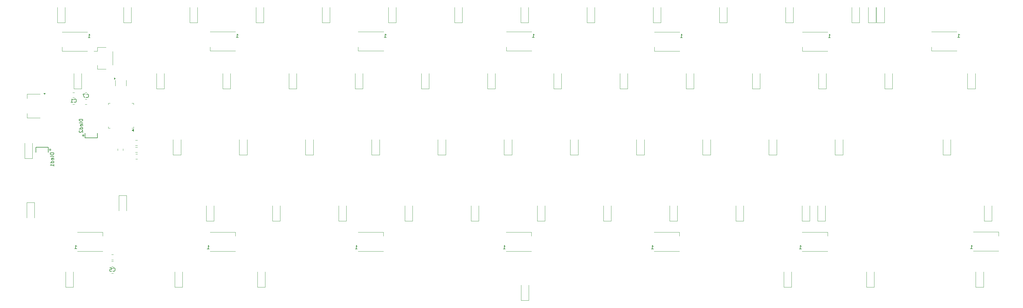
<source format=gbr>
%TF.GenerationSoftware,KiCad,Pcbnew,8.99.0-946-gf00a1ab517*%
%TF.CreationDate,2024-05-15T19:42:52+07:00*%
%TF.ProjectId,toro60_hs,746f726f-3630-45f6-9873-2e6b69636164,rev?*%
%TF.SameCoordinates,Original*%
%TF.FileFunction,Legend,Bot*%
%TF.FilePolarity,Positive*%
%FSLAX46Y46*%
G04 Gerber Fmt 4.6, Leading zero omitted, Abs format (unit mm)*
G04 Created by KiCad (PCBNEW 8.99.0-946-gf00a1ab517) date 2024-05-15 19:42:52*
%MOMM*%
%LPD*%
G01*
G04 APERTURE LIST*
%ADD10C,0.150000*%
%ADD11C,0.120000*%
G04 APERTURE END LIST*
D10*
X54372319Y-167681547D02*
X53372319Y-167681547D01*
X53372319Y-167681547D02*
X53372319Y-167919642D01*
X53372319Y-167919642D02*
X53419938Y-168062499D01*
X53419938Y-168062499D02*
X53515176Y-168157737D01*
X53515176Y-168157737D02*
X53610414Y-168205356D01*
X53610414Y-168205356D02*
X53800890Y-168252975D01*
X53800890Y-168252975D02*
X53943747Y-168252975D01*
X53943747Y-168252975D02*
X54134223Y-168205356D01*
X54134223Y-168205356D02*
X54229461Y-168157737D01*
X54229461Y-168157737D02*
X54324700Y-168062499D01*
X54324700Y-168062499D02*
X54372319Y-167919642D01*
X54372319Y-167919642D02*
X54372319Y-167681547D01*
X54372319Y-168824404D02*
X54324700Y-168729166D01*
X54324700Y-168729166D02*
X54229461Y-168681547D01*
X54229461Y-168681547D02*
X53372319Y-168681547D01*
X54324700Y-169586309D02*
X54372319Y-169491071D01*
X54372319Y-169491071D02*
X54372319Y-169300595D01*
X54372319Y-169300595D02*
X54324700Y-169205357D01*
X54324700Y-169205357D02*
X54229461Y-169157738D01*
X54229461Y-169157738D02*
X53848509Y-169157738D01*
X53848509Y-169157738D02*
X53753271Y-169205357D01*
X53753271Y-169205357D02*
X53705652Y-169300595D01*
X53705652Y-169300595D02*
X53705652Y-169491071D01*
X53705652Y-169491071D02*
X53753271Y-169586309D01*
X53753271Y-169586309D02*
X53848509Y-169633928D01*
X53848509Y-169633928D02*
X53943747Y-169633928D01*
X53943747Y-169633928D02*
X54038985Y-169157738D01*
X54372319Y-170491071D02*
X53372319Y-170491071D01*
X54324700Y-170491071D02*
X54372319Y-170395833D01*
X54372319Y-170395833D02*
X54372319Y-170205357D01*
X54372319Y-170205357D02*
X54324700Y-170110119D01*
X54324700Y-170110119D02*
X54277080Y-170062500D01*
X54277080Y-170062500D02*
X54181842Y-170014881D01*
X54181842Y-170014881D02*
X53896128Y-170014881D01*
X53896128Y-170014881D02*
X53800890Y-170062500D01*
X53800890Y-170062500D02*
X53753271Y-170110119D01*
X53753271Y-170110119D02*
X53705652Y-170205357D01*
X53705652Y-170205357D02*
X53705652Y-170395833D01*
X53705652Y-170395833D02*
X53753271Y-170491071D01*
X53467557Y-170919643D02*
X53419938Y-170967262D01*
X53419938Y-170967262D02*
X53372319Y-171062500D01*
X53372319Y-171062500D02*
X53372319Y-171300595D01*
X53372319Y-171300595D02*
X53419938Y-171395833D01*
X53419938Y-171395833D02*
X53467557Y-171443452D01*
X53467557Y-171443452D02*
X53562795Y-171491071D01*
X53562795Y-171491071D02*
X53658033Y-171491071D01*
X53658033Y-171491071D02*
X53800890Y-171443452D01*
X53800890Y-171443452D02*
X54372319Y-170872024D01*
X54372319Y-170872024D02*
X54372319Y-171491071D01*
X260599285Y-204999819D02*
X261170713Y-204999819D01*
X260884999Y-204999819D02*
X260884999Y-203999819D01*
X260884999Y-203999819D02*
X260980237Y-204142676D01*
X260980237Y-204142676D02*
X261075475Y-204237914D01*
X261075475Y-204237914D02*
X261170713Y-204285533D01*
X306139285Y-144109819D02*
X306710713Y-144109819D01*
X306424999Y-144109819D02*
X306424999Y-143109819D01*
X306424999Y-143109819D02*
X306520237Y-143252676D01*
X306520237Y-143252676D02*
X306615475Y-143347914D01*
X306615475Y-143347914D02*
X306710713Y-143395533D01*
X55456666Y-161329580D02*
X55504285Y-161377200D01*
X55504285Y-161377200D02*
X55647142Y-161424819D01*
X55647142Y-161424819D02*
X55742380Y-161424819D01*
X55742380Y-161424819D02*
X55885237Y-161377200D01*
X55885237Y-161377200D02*
X55980475Y-161281961D01*
X55980475Y-161281961D02*
X56028094Y-161186723D01*
X56028094Y-161186723D02*
X56075713Y-160996247D01*
X56075713Y-160996247D02*
X56075713Y-160853390D01*
X56075713Y-160853390D02*
X56028094Y-160662914D01*
X56028094Y-160662914D02*
X55980475Y-160567676D01*
X55980475Y-160567676D02*
X55885237Y-160472438D01*
X55885237Y-160472438D02*
X55742380Y-160424819D01*
X55742380Y-160424819D02*
X55647142Y-160424819D01*
X55647142Y-160424819D02*
X55504285Y-160472438D01*
X55504285Y-160472438D02*
X55456666Y-160520057D01*
X55123332Y-160424819D02*
X54456666Y-160424819D01*
X54456666Y-160424819D02*
X54885237Y-161424819D01*
X63061666Y-211384580D02*
X63109285Y-211432200D01*
X63109285Y-211432200D02*
X63252142Y-211479819D01*
X63252142Y-211479819D02*
X63347380Y-211479819D01*
X63347380Y-211479819D02*
X63490237Y-211432200D01*
X63490237Y-211432200D02*
X63585475Y-211336961D01*
X63585475Y-211336961D02*
X63633094Y-211241723D01*
X63633094Y-211241723D02*
X63680713Y-211051247D01*
X63680713Y-211051247D02*
X63680713Y-210908390D01*
X63680713Y-210908390D02*
X63633094Y-210717914D01*
X63633094Y-210717914D02*
X63585475Y-210622676D01*
X63585475Y-210622676D02*
X63490237Y-210527438D01*
X63490237Y-210527438D02*
X63347380Y-210479819D01*
X63347380Y-210479819D02*
X63252142Y-210479819D01*
X63252142Y-210479819D02*
X63109285Y-210527438D01*
X63109285Y-210527438D02*
X63061666Y-210575057D01*
X62156904Y-210479819D02*
X62633094Y-210479819D01*
X62633094Y-210479819D02*
X62680713Y-210956009D01*
X62680713Y-210956009D02*
X62633094Y-210908390D01*
X62633094Y-210908390D02*
X62537856Y-210860771D01*
X62537856Y-210860771D02*
X62299761Y-210860771D01*
X62299761Y-210860771D02*
X62204523Y-210908390D01*
X62204523Y-210908390D02*
X62156904Y-210956009D01*
X62156904Y-210956009D02*
X62109285Y-211051247D01*
X62109285Y-211051247D02*
X62109285Y-211289342D01*
X62109285Y-211289342D02*
X62156904Y-211384580D01*
X62156904Y-211384580D02*
X62204523Y-211432200D01*
X62204523Y-211432200D02*
X62299761Y-211479819D01*
X62299761Y-211479819D02*
X62537856Y-211479819D01*
X62537856Y-211479819D02*
X62633094Y-211432200D01*
X62633094Y-211432200D02*
X62680713Y-211384580D01*
X132799285Y-204999819D02*
X133370713Y-204999819D01*
X133084999Y-204999819D02*
X133084999Y-203999819D01*
X133084999Y-203999819D02*
X133180237Y-204142676D01*
X133180237Y-204142676D02*
X133275475Y-204237914D01*
X133275475Y-204237914D02*
X133370713Y-204285533D01*
X90199285Y-204999819D02*
X90770713Y-204999819D01*
X90484999Y-204999819D02*
X90484999Y-203999819D01*
X90484999Y-203999819D02*
X90580237Y-204142676D01*
X90580237Y-204142676D02*
X90675475Y-204237914D01*
X90675475Y-204237914D02*
X90770713Y-204285533D01*
X46027319Y-177386547D02*
X45027319Y-177386547D01*
X45027319Y-177386547D02*
X45027319Y-177624642D01*
X45027319Y-177624642D02*
X45074938Y-177767499D01*
X45074938Y-177767499D02*
X45170176Y-177862737D01*
X45170176Y-177862737D02*
X45265414Y-177910356D01*
X45265414Y-177910356D02*
X45455890Y-177957975D01*
X45455890Y-177957975D02*
X45598747Y-177957975D01*
X45598747Y-177957975D02*
X45789223Y-177910356D01*
X45789223Y-177910356D02*
X45884461Y-177862737D01*
X45884461Y-177862737D02*
X45979700Y-177767499D01*
X45979700Y-177767499D02*
X46027319Y-177624642D01*
X46027319Y-177624642D02*
X46027319Y-177386547D01*
X46027319Y-178529404D02*
X45979700Y-178434166D01*
X45979700Y-178434166D02*
X45884461Y-178386547D01*
X45884461Y-178386547D02*
X45027319Y-178386547D01*
X45979700Y-179291309D02*
X46027319Y-179196071D01*
X46027319Y-179196071D02*
X46027319Y-179005595D01*
X46027319Y-179005595D02*
X45979700Y-178910357D01*
X45979700Y-178910357D02*
X45884461Y-178862738D01*
X45884461Y-178862738D02*
X45503509Y-178862738D01*
X45503509Y-178862738D02*
X45408271Y-178910357D01*
X45408271Y-178910357D02*
X45360652Y-179005595D01*
X45360652Y-179005595D02*
X45360652Y-179196071D01*
X45360652Y-179196071D02*
X45408271Y-179291309D01*
X45408271Y-179291309D02*
X45503509Y-179338928D01*
X45503509Y-179338928D02*
X45598747Y-179338928D01*
X45598747Y-179338928D02*
X45693985Y-178862738D01*
X46027319Y-180196071D02*
X45027319Y-180196071D01*
X45979700Y-180196071D02*
X46027319Y-180100833D01*
X46027319Y-180100833D02*
X46027319Y-179910357D01*
X46027319Y-179910357D02*
X45979700Y-179815119D01*
X45979700Y-179815119D02*
X45932080Y-179767500D01*
X45932080Y-179767500D02*
X45836842Y-179719881D01*
X45836842Y-179719881D02*
X45551128Y-179719881D01*
X45551128Y-179719881D02*
X45455890Y-179767500D01*
X45455890Y-179767500D02*
X45408271Y-179815119D01*
X45408271Y-179815119D02*
X45360652Y-179910357D01*
X45360652Y-179910357D02*
X45360652Y-180100833D01*
X45360652Y-180100833D02*
X45408271Y-180196071D01*
X46027319Y-181196071D02*
X46027319Y-180624643D01*
X46027319Y-180910357D02*
X45027319Y-180910357D01*
X45027319Y-180910357D02*
X45170176Y-180815119D01*
X45170176Y-180815119D02*
X45265414Y-180719881D01*
X45265414Y-180719881D02*
X45313033Y-180624643D01*
X141139285Y-144109819D02*
X141710713Y-144109819D01*
X141424999Y-144109819D02*
X141424999Y-143109819D01*
X141424999Y-143109819D02*
X141520237Y-143252676D01*
X141520237Y-143252676D02*
X141615475Y-143347914D01*
X141615475Y-143347914D02*
X141710713Y-143395533D01*
X226359285Y-144119819D02*
X226930713Y-144119819D01*
X226644999Y-144119819D02*
X226644999Y-143119819D01*
X226644999Y-143119819D02*
X226740237Y-143262676D01*
X226740237Y-143262676D02*
X226835475Y-143357914D01*
X226835475Y-143357914D02*
X226930713Y-143405533D01*
X98529285Y-144109819D02*
X99100713Y-144109819D01*
X98814999Y-144109819D02*
X98814999Y-143109819D01*
X98814999Y-143109819D02*
X98910237Y-143252676D01*
X98910237Y-143252676D02*
X99005475Y-143347914D01*
X99005475Y-143347914D02*
X99100713Y-143395533D01*
X217999285Y-204999819D02*
X218570713Y-204999819D01*
X218284999Y-204999819D02*
X218284999Y-203999819D01*
X218284999Y-203999819D02*
X218380237Y-204142676D01*
X218380237Y-204142676D02*
X218475475Y-204237914D01*
X218475475Y-204237914D02*
X218570713Y-204285533D01*
X51906666Y-162729580D02*
X51954285Y-162777200D01*
X51954285Y-162777200D02*
X52097142Y-162824819D01*
X52097142Y-162824819D02*
X52192380Y-162824819D01*
X52192380Y-162824819D02*
X52335237Y-162777200D01*
X52335237Y-162777200D02*
X52430475Y-162681961D01*
X52430475Y-162681961D02*
X52478094Y-162586723D01*
X52478094Y-162586723D02*
X52525713Y-162396247D01*
X52525713Y-162396247D02*
X52525713Y-162253390D01*
X52525713Y-162253390D02*
X52478094Y-162062914D01*
X52478094Y-162062914D02*
X52430475Y-161967676D01*
X52430475Y-161967676D02*
X52335237Y-161872438D01*
X52335237Y-161872438D02*
X52192380Y-161824819D01*
X52192380Y-161824819D02*
X52097142Y-161824819D01*
X52097142Y-161824819D02*
X51954285Y-161872438D01*
X51954285Y-161872438D02*
X51906666Y-161920057D01*
X50954285Y-162824819D02*
X51525713Y-162824819D01*
X51239999Y-162824819D02*
X51239999Y-161824819D01*
X51239999Y-161824819D02*
X51335237Y-161967676D01*
X51335237Y-161967676D02*
X51430475Y-162062914D01*
X51430475Y-162062914D02*
X51525713Y-162110533D01*
X175399285Y-204999819D02*
X175970713Y-204999819D01*
X175684999Y-204999819D02*
X175684999Y-203999819D01*
X175684999Y-203999819D02*
X175780237Y-204142676D01*
X175780237Y-204142676D02*
X175875475Y-204237914D01*
X175875475Y-204237914D02*
X175970713Y-204285533D01*
X52049285Y-204979819D02*
X52620713Y-204979819D01*
X52334999Y-204979819D02*
X52334999Y-203979819D01*
X52334999Y-203979819D02*
X52430237Y-204122676D01*
X52430237Y-204122676D02*
X52525475Y-204217914D01*
X52525475Y-204217914D02*
X52620713Y-204265533D01*
X55919285Y-144119819D02*
X56490713Y-144119819D01*
X56204999Y-144119819D02*
X56204999Y-143119819D01*
X56204999Y-143119819D02*
X56300237Y-143262676D01*
X56300237Y-143262676D02*
X56395475Y-143357914D01*
X56395475Y-143357914D02*
X56490713Y-143405533D01*
X268959285Y-144139819D02*
X269530713Y-144139819D01*
X269244999Y-144139819D02*
X269244999Y-143139819D01*
X269244999Y-143139819D02*
X269340237Y-143282676D01*
X269340237Y-143282676D02*
X269435475Y-143377914D01*
X269435475Y-143377914D02*
X269530713Y-143425533D01*
X183749285Y-144109819D02*
X184320713Y-144109819D01*
X184034999Y-144109819D02*
X184034999Y-143109819D01*
X184034999Y-143109819D02*
X184130237Y-143252676D01*
X184130237Y-143252676D02*
X184225475Y-143347914D01*
X184225475Y-143347914D02*
X184320713Y-143395533D01*
X309819285Y-204969819D02*
X310390713Y-204969819D01*
X310104999Y-204969819D02*
X310104999Y-203969819D01*
X310104999Y-203969819D02*
X310200237Y-204112676D01*
X310200237Y-204112676D02*
X310295475Y-204207914D01*
X310295475Y-204207914D02*
X310390713Y-204255533D01*
D11*
%TO.C,D14*%
X280410000Y-135460000D02*
X280410000Y-139870000D01*
X280410000Y-139870000D02*
X282630000Y-139870000D01*
X282630000Y-139870000D02*
X282630000Y-135460000D01*
%TO.C,U2*%
X38315000Y-160415000D02*
X42075000Y-160415000D01*
X38315000Y-161675000D02*
X38315000Y-160415000D01*
X38315000Y-165975000D02*
X38315000Y-167235000D01*
X38315000Y-167235000D02*
X42075000Y-167235000D01*
X43355000Y-160515000D02*
X43115000Y-160185000D01*
X43595000Y-160185000D01*
X43355000Y-160515000D01*
G36*
X43355000Y-160515000D02*
G01*
X43115000Y-160185000D01*
X43595000Y-160185000D01*
X43355000Y-160515000D01*
G37*
D10*
%TO.C,Dled2*%
X55017500Y-171662500D02*
X55017500Y-173062500D01*
X58617500Y-171662500D02*
X58617500Y-173062500D01*
X58617500Y-173062500D02*
X55017500Y-173062500D01*
X54717500Y-172362500D02*
G75*
G02*
X54317500Y-172362500I-200000J0D01*
G01*
X54317500Y-172362500D02*
G75*
G02*
X54717500Y-172362500I200000J0D01*
G01*
D11*
%TO.C,D25*%
X228005000Y-154510000D02*
X228005000Y-158920000D01*
X228005000Y-158920000D02*
X230225000Y-158920000D01*
X230225000Y-158920000D02*
X230225000Y-154510000D01*
%TO.C,D42*%
X301898099Y-173560000D02*
X301898099Y-177970000D01*
X301898099Y-177970000D02*
X304118099Y-177970000D01*
X304118099Y-177970000D02*
X304118099Y-173560000D01*
%TO.C,D36*%
X175617500Y-173560000D02*
X175617500Y-177970000D01*
X175617500Y-177970000D02*
X177837500Y-177970000D01*
X177837500Y-177970000D02*
X177837500Y-173560000D01*
%TO.C,D13*%
X275630000Y-135460000D02*
X275630000Y-139870000D01*
X275630000Y-139870000D02*
X277850000Y-139870000D01*
X277850000Y-139870000D02*
X277850000Y-135460000D01*
%TO.C,D29*%
X308968000Y-154510000D02*
X308968000Y-158920000D01*
X308968000Y-158920000D02*
X311188000Y-158920000D01*
X311188000Y-158920000D02*
X311188000Y-154510000D01*
%TO.C,D49*%
X166092500Y-192610000D02*
X166092500Y-197020000D01*
X166092500Y-197020000D02*
X168312500Y-197020000D01*
X168312500Y-197020000D02*
X168312500Y-192610000D01*
%TO.C,C6*%
X52001252Y-161915000D02*
X51478748Y-161915000D01*
X52001252Y-163385000D02*
X51478748Y-163385000D01*
%TO.C,D46*%
X108942500Y-192610000D02*
X108942500Y-197020000D01*
X108942500Y-197020000D02*
X111162500Y-197020000D01*
X111162500Y-197020000D02*
X111162500Y-192610000D01*
%TO.C,Drgb8*%
X268685000Y-200195000D02*
X261385000Y-200195000D01*
X268685000Y-201345000D02*
X268685000Y-200195000D01*
X268685000Y-205695000D02*
X261385000Y-205695000D01*
%TO.C,D21*%
X151805000Y-154510000D02*
X151805000Y-158920000D01*
X151805000Y-158920000D02*
X154025000Y-158920000D01*
X154025000Y-158920000D02*
X154025000Y-154510000D01*
%TO.C,D47*%
X127992500Y-192610000D02*
X127992500Y-197020000D01*
X127992500Y-197020000D02*
X130212500Y-197020000D01*
X130212500Y-197020000D02*
X130212500Y-192610000D01*
%TO.C,D45*%
X89892500Y-192610000D02*
X89892500Y-197020000D01*
X89892500Y-197020000D02*
X92112500Y-197020000D01*
X92112500Y-197020000D02*
X92112500Y-192610000D01*
%TO.C,Drgb6*%
X298625000Y-142505000D02*
X305925000Y-142505000D01*
X298625000Y-146855000D02*
X298625000Y-148005000D01*
X298625000Y-148005000D02*
X305925000Y-148005000D01*
%TO.C,D38*%
X213717500Y-173560000D02*
X213717500Y-177970000D01*
X213717500Y-177970000D02*
X215937500Y-177970000D01*
X215937500Y-177970000D02*
X215937500Y-173560000D01*
%TO.C,D3*%
X85130000Y-135460000D02*
X85130000Y-139870000D01*
X85130000Y-139870000D02*
X87350000Y-139870000D01*
X87350000Y-139870000D02*
X87350000Y-135460000D01*
%TO.C,C7*%
X55028748Y-161915000D02*
X55551252Y-161915000D01*
X55028748Y-163385000D02*
X55551252Y-163385000D01*
%TO.C,D20*%
X132755000Y-154510000D02*
X132755000Y-158920000D01*
X132755000Y-158920000D02*
X134975000Y-158920000D01*
X134975000Y-158920000D02*
X134975000Y-154510000D01*
%TO.C,D30*%
X37630000Y-174590000D02*
X37630000Y-179000000D01*
X37630000Y-179000000D02*
X39850000Y-179000000D01*
X39850000Y-179000000D02*
X39850000Y-174590000D01*
%TO.C,D31*%
X80367500Y-173560000D02*
X80367500Y-177970000D01*
X80367500Y-177970000D02*
X82587500Y-177970000D01*
X82587500Y-177970000D02*
X82587500Y-173560000D01*
%TO.C,C5*%
X63156252Y-208610000D02*
X62633748Y-208610000D01*
X63156252Y-210080000D02*
X62633748Y-210080000D01*
%TO.C,R1*%
X62675436Y-206670000D02*
X63129564Y-206670000D01*
X62675436Y-208140000D02*
X63129564Y-208140000D01*
%TO.C,Drgb11*%
X140885000Y-200195000D02*
X133585000Y-200195000D01*
X140885000Y-201345000D02*
X140885000Y-200195000D01*
X140885000Y-205695000D02*
X133585000Y-205695000D01*
%TO.C,Drgb12*%
X98285000Y-200195000D02*
X90985000Y-200195000D01*
X98285000Y-201345000D02*
X98285000Y-200195000D01*
X98285000Y-205695000D02*
X90985000Y-205695000D01*
%TO.C,D53*%
X242292500Y-192610000D02*
X242292500Y-197020000D01*
X242292500Y-197020000D02*
X244512500Y-197020000D01*
X244512500Y-197020000D02*
X244512500Y-192610000D01*
%TO.C,D56*%
X313730000Y-192610000D02*
X313730000Y-197020000D01*
X313730000Y-197020000D02*
X315950000Y-197020000D01*
X315950000Y-197020000D02*
X315950000Y-192610000D01*
%TO.C,U3*%
X63725000Y-156455000D02*
X63725000Y-157255000D01*
X63725000Y-158055000D02*
X63725000Y-157255000D01*
X66845000Y-156455000D02*
X66845000Y-157255000D01*
X66845000Y-158055000D02*
X66845000Y-157255000D01*
X63775000Y-155955000D02*
X63445000Y-156195000D01*
X63445000Y-155715000D01*
X63775000Y-155955000D01*
G36*
X63775000Y-155955000D02*
G01*
X63445000Y-156195000D01*
X63445000Y-155715000D01*
X63775000Y-155955000D01*
G37*
D10*
%TO.C,Dled1*%
X40872500Y-175767500D02*
X44472500Y-175767500D01*
X40872500Y-177167500D02*
X40872500Y-175767500D01*
X44472500Y-177167500D02*
X44472500Y-175767500D01*
X45172500Y-176467500D02*
G75*
G02*
X44772500Y-176467500I-200000J0D01*
G01*
X44772500Y-176467500D02*
G75*
G02*
X45172500Y-176467500I200000J0D01*
G01*
D11*
%TO.C,D5*%
X123230000Y-135460000D02*
X123230000Y-139870000D01*
X123230000Y-139870000D02*
X125450000Y-139870000D01*
X125450000Y-139870000D02*
X125450000Y-135460000D01*
%TO.C,C10*%
X62623748Y-210590000D02*
X63146252Y-210590000D01*
X62623748Y-212060000D02*
X63146252Y-212060000D01*
%TO.C,D22*%
X170855000Y-154510000D02*
X170855000Y-158920000D01*
X170855000Y-158920000D02*
X173075000Y-158920000D01*
X173075000Y-158920000D02*
X173075000Y-154510000D01*
%TO.C,Drgb2*%
X133625000Y-142505000D02*
X140925000Y-142505000D01*
X133625000Y-146855000D02*
X133625000Y-148005000D01*
X133625000Y-148005000D02*
X140925000Y-148005000D01*
%TO.C,Drgb4*%
X218845000Y-142515000D02*
X226145000Y-142515000D01*
X218845000Y-146865000D02*
X218845000Y-148015000D01*
X218845000Y-148015000D02*
X226145000Y-148015000D01*
%TO.C,D50*%
X185142500Y-192610000D02*
X185142500Y-197020000D01*
X185142500Y-197020000D02*
X187362500Y-197020000D01*
X187362500Y-197020000D02*
X187362500Y-192610000D01*
%TO.C,D34*%
X137517500Y-173560000D02*
X137517500Y-177970000D01*
X137517500Y-177970000D02*
X139737500Y-177970000D01*
X139737500Y-177970000D02*
X139737500Y-173560000D01*
%TO.C,D6*%
X142280000Y-135460000D02*
X142280000Y-139870000D01*
X142280000Y-139870000D02*
X144500000Y-139870000D01*
X144500000Y-139870000D02*
X144500000Y-135460000D01*
%TO.C,D27*%
X266105000Y-154510000D02*
X266105000Y-158920000D01*
X266105000Y-158920000D02*
X268325000Y-158920000D01*
X268325000Y-158920000D02*
X268325000Y-154510000D01*
%TO.C,D33*%
X118467500Y-173560000D02*
X118467500Y-177970000D01*
X118467500Y-177970000D02*
X120687500Y-177970000D01*
X120687500Y-177970000D02*
X120687500Y-173560000D01*
%TO.C,D69*%
X279915999Y-211660000D02*
X279915999Y-216070000D01*
X279915999Y-216070000D02*
X282135999Y-216070000D01*
X282135999Y-216070000D02*
X282135999Y-211660000D01*
%TO.C,D26*%
X247055000Y-154510000D02*
X247055000Y-158920000D01*
X247055000Y-158920000D02*
X249275000Y-158920000D01*
X249275000Y-158920000D02*
X249275000Y-154510000D01*
%TO.C,D52*%
X223242500Y-192610000D02*
X223242500Y-197020000D01*
X223242500Y-197020000D02*
X225462500Y-197020000D01*
X225462500Y-197020000D02*
X225462500Y-192610000D01*
%TO.C,D23*%
X189905000Y-154510000D02*
X189905000Y-158920000D01*
X189905000Y-158920000D02*
X192125000Y-158920000D01*
X192125000Y-158920000D02*
X192125000Y-154510000D01*
%TO.C,D9*%
X199430000Y-135460000D02*
X199430000Y-139870000D01*
X199430000Y-139870000D02*
X201650000Y-139870000D01*
X201650000Y-139870000D02*
X201650000Y-135460000D01*
%TO.C,Drgb1*%
X91015000Y-142505000D02*
X98315000Y-142505000D01*
X91015000Y-146855000D02*
X91015000Y-148005000D01*
X91015000Y-148005000D02*
X98315000Y-148005000D01*
%TO.C,D51*%
X204192500Y-192610000D02*
X204192500Y-197020000D01*
X204192500Y-197020000D02*
X206412500Y-197020000D01*
X206412500Y-197020000D02*
X206412500Y-192610000D01*
%TO.C,D48*%
X147042500Y-192610000D02*
X147042500Y-197020000D01*
X147042500Y-197020000D02*
X149262500Y-197020000D01*
X149262500Y-197020000D02*
X149262500Y-192610000D01*
%TO.C,Drgb9*%
X226085000Y-200195000D02*
X218785000Y-200195000D01*
X226085000Y-201345000D02*
X226085000Y-200195000D01*
X226085000Y-205695000D02*
X218785000Y-205695000D01*
%TO.C,D70*%
X311348500Y-211660000D02*
X311348500Y-216070000D01*
X311348500Y-216070000D02*
X313568500Y-216070000D01*
X313568500Y-216070000D02*
X313568500Y-211660000D01*
%TO.C,C3*%
X69538748Y-175705000D02*
X70061252Y-175705000D01*
X69538748Y-177175000D02*
X70061252Y-177175000D01*
%TO.C,D24*%
X208955000Y-154510000D02*
X208955000Y-158920000D01*
X208955000Y-158920000D02*
X211175000Y-158920000D01*
X211175000Y-158920000D02*
X211175000Y-154510000D01*
%TO.C,C1*%
X52001252Y-159955000D02*
X51478748Y-159955000D01*
X52001252Y-161425000D02*
X51478748Y-161425000D01*
%TO.C,D2*%
X66080000Y-135460000D02*
X66080000Y-139870000D01*
X66080000Y-139870000D02*
X68300000Y-139870000D01*
X68300000Y-139870000D02*
X68300000Y-135460000D01*
%TO.C,D16*%
X51793000Y-154510000D02*
X51793000Y-158920000D01*
X51793000Y-158920000D02*
X54013000Y-158920000D01*
X54013000Y-158920000D02*
X54013000Y-154510000D01*
%TO.C,D18*%
X94655000Y-154510000D02*
X94655000Y-158920000D01*
X94655000Y-158920000D02*
X96875000Y-158920000D01*
X96875000Y-158920000D02*
X96875000Y-154510000D01*
%TO.C,D17*%
X75605000Y-154510000D02*
X75605000Y-158920000D01*
X75605000Y-158920000D02*
X77825000Y-158920000D01*
X77825000Y-158920000D02*
X77825000Y-154510000D01*
%TO.C,Drgb10*%
X183485000Y-200195000D02*
X176185000Y-200195000D01*
X183485000Y-201345000D02*
X183485000Y-200195000D01*
X183485000Y-205695000D02*
X176185000Y-205695000D01*
%TO.C,D43*%
X38260000Y-191690000D02*
X38260000Y-196100000D01*
X40480000Y-191690000D02*
X38260000Y-191690000D01*
X40480000Y-196100000D02*
X40480000Y-191690000D01*
%TO.C,D1*%
X47030000Y-135460000D02*
X47030000Y-139870000D01*
X47030000Y-139870000D02*
X49250000Y-139870000D01*
X49250000Y-139870000D02*
X49250000Y-135460000D01*
%TO.C,D37*%
X194667500Y-173560000D02*
X194667500Y-177970000D01*
X194667500Y-177970000D02*
X196887500Y-177970000D01*
X196887500Y-177970000D02*
X196887500Y-173560000D01*
%TO.C,Drgb13*%
X60135000Y-200175000D02*
X52835000Y-200175000D01*
X60135000Y-201325000D02*
X60135000Y-200175000D01*
X60135000Y-205675000D02*
X52835000Y-205675000D01*
%TO.C,D35*%
X156567500Y-173560000D02*
X156567500Y-177970000D01*
X156567500Y-177970000D02*
X158787500Y-177970000D01*
X158787500Y-177970000D02*
X158787500Y-173560000D01*
%TO.C,Drgb14*%
X48405000Y-142515000D02*
X55705000Y-142515000D01*
X48405000Y-146865000D02*
X48405000Y-148015000D01*
X48405000Y-148015000D02*
X55705000Y-148015000D01*
%TO.C,C9*%
X69548748Y-177675000D02*
X70071252Y-177675000D01*
X69548748Y-179145000D02*
X70071252Y-179145000D01*
%TO.C,Drgb5*%
X261445000Y-142535000D02*
X268745000Y-142535000D01*
X261445000Y-146885000D02*
X261445000Y-148035000D01*
X261445000Y-148035000D02*
X268745000Y-148035000D01*
%TO.C,Drgb3*%
X176235000Y-142505000D02*
X183535000Y-142505000D01*
X176235000Y-146855000D02*
X176235000Y-148005000D01*
X176235000Y-148005000D02*
X183535000Y-148005000D01*
%TO.C,C8*%
X69538748Y-173745000D02*
X70061252Y-173745000D01*
X69538748Y-175215000D02*
X70061252Y-175215000D01*
%TO.C,D39*%
X232767500Y-173560000D02*
X232767500Y-177970000D01*
X232767500Y-177970000D02*
X234987500Y-177970000D01*
X234987500Y-177970000D02*
X234987500Y-173560000D01*
%TO.C,D7*%
X161330000Y-135460000D02*
X161330000Y-139870000D01*
X161330000Y-139870000D02*
X163550000Y-139870000D01*
X163550000Y-139870000D02*
X163550000Y-135460000D01*
%TO.C,D54*%
X261342500Y-192610000D02*
X261342500Y-197020000D01*
X261342500Y-197020000D02*
X263562500Y-197020000D01*
X263562500Y-197020000D02*
X263562500Y-192610000D01*
%TO.C,D8*%
X180380000Y-135460000D02*
X180380000Y-139870000D01*
X180380000Y-139870000D02*
X182600000Y-139870000D01*
X182600000Y-139870000D02*
X182600000Y-135460000D01*
%TO.C,D12*%
X256580000Y-135460000D02*
X256580000Y-139870000D01*
X256580000Y-139870000D02*
X258800000Y-139870000D01*
X258800000Y-139870000D02*
X258800000Y-135460000D01*
%TO.C,D40*%
X251817500Y-173560000D02*
X251817500Y-177970000D01*
X251817500Y-177970000D02*
X254037500Y-177970000D01*
X254037500Y-177970000D02*
X254037500Y-173560000D01*
%TO.C,D15*%
X282810000Y-135470000D02*
X282810000Y-139880000D01*
X282810000Y-139880000D02*
X285030000Y-139880000D01*
X285030000Y-139880000D02*
X285030000Y-135470000D01*
%TO.C,D11*%
X237530000Y-135460000D02*
X237530000Y-139870000D01*
X237530000Y-139870000D02*
X239750000Y-139870000D01*
X239750000Y-139870000D02*
X239750000Y-135460000D01*
%TO.C,J1*%
X57560000Y-148025000D02*
X58550000Y-148025000D01*
X58550000Y-146975000D02*
X61050000Y-146975000D01*
X58550000Y-148025000D02*
X58550000Y-146975000D01*
X58550000Y-152145000D02*
X58550000Y-153195000D01*
X58550000Y-153195000D02*
X61050000Y-153195000D01*
X63020000Y-152025000D02*
X63020000Y-148145000D01*
%TO.C,C4*%
X64465000Y-176128748D02*
X64465000Y-176651252D01*
X65935000Y-176128748D02*
X65935000Y-176651252D01*
%TO.C,Ud1*%
X61755000Y-163005000D02*
X61755000Y-163455000D01*
X61755000Y-170225000D02*
X61755000Y-169775000D01*
X62205000Y-163005000D02*
X61755000Y-163005000D01*
X62205000Y-170225000D02*
X61755000Y-170225000D01*
X68525000Y-163005000D02*
X68975000Y-163005000D01*
X68525000Y-170225000D02*
X68975000Y-170225000D01*
X68975000Y-163005000D02*
X68975000Y-163455000D01*
X68975000Y-170225000D02*
X68975000Y-169775000D01*
X68995000Y-171155000D02*
X68525000Y-170815000D01*
X68995000Y-170475000D01*
X68995000Y-171155000D01*
G36*
X68995000Y-171155000D02*
G01*
X68525000Y-170815000D01*
X68995000Y-170475000D01*
X68995000Y-171155000D01*
G37*
%TO.C,D55*%
X265840000Y-192600000D02*
X265840000Y-197010000D01*
X265840000Y-197010000D02*
X268060000Y-197010000D01*
X268060000Y-197010000D02*
X268060000Y-192600000D01*
%TO.C,C2*%
X55028748Y-159955000D02*
X55551252Y-159955000D01*
X55028748Y-161425000D02*
X55551252Y-161425000D01*
%TO.C,D19*%
X113705000Y-154510000D02*
X113705000Y-158920000D01*
X113705000Y-158920000D02*
X115925000Y-158920000D01*
X115925000Y-158920000D02*
X115925000Y-154510000D01*
%TO.C,D41*%
X270867500Y-173560000D02*
X270867500Y-177970000D01*
X270867500Y-177970000D02*
X273087500Y-177970000D01*
X273087500Y-177970000D02*
X273087500Y-173560000D01*
%TO.C,D68*%
X256103499Y-211660000D02*
X256103499Y-216070000D01*
X256103499Y-216070000D02*
X258323499Y-216070000D01*
X258323499Y-216070000D02*
X258323499Y-211660000D01*
%TO.C,D4*%
X104180000Y-135460000D02*
X104180000Y-139870000D01*
X104180000Y-139870000D02*
X106400000Y-139870000D01*
X106400000Y-139870000D02*
X106400000Y-135460000D01*
%TO.C,Drgb7*%
X317905000Y-200165000D02*
X310605000Y-200165000D01*
X317905000Y-201315000D02*
X317905000Y-200165000D01*
X317905000Y-205665000D02*
X310605000Y-205665000D01*
%TO.C,D57*%
X49411000Y-211660000D02*
X49411000Y-216070000D01*
X49411000Y-216070000D02*
X51631000Y-216070000D01*
X51631000Y-216070000D02*
X51631000Y-211660000D01*
%TO.C,D44*%
X64740000Y-189640000D02*
X64740000Y-194050000D01*
X66960000Y-189640000D02*
X64740000Y-189640000D01*
X66960000Y-194050000D02*
X66960000Y-189640000D01*
%TO.C,D63*%
X180475000Y-215470000D02*
X180475000Y-219880000D01*
X180475000Y-219880000D02*
X182695000Y-219880000D01*
X182695000Y-219880000D02*
X182695000Y-215470000D01*
%TO.C,D32*%
X99417500Y-173560000D02*
X99417500Y-177970000D01*
X99417500Y-177970000D02*
X101637500Y-177970000D01*
X101637500Y-177970000D02*
X101637500Y-173560000D01*
%TO.C,D58*%
X80843500Y-211660000D02*
X80843500Y-216070000D01*
X80843500Y-216070000D02*
X83063500Y-216070000D01*
X83063500Y-216070000D02*
X83063500Y-211660000D01*
%TO.C,D10*%
X218480000Y-135460000D02*
X218480000Y-139870000D01*
X218480000Y-139870000D02*
X220700000Y-139870000D01*
X220700000Y-139870000D02*
X220700000Y-135460000D01*
%TO.C,D28*%
X285155000Y-154510000D02*
X285155000Y-158920000D01*
X285155000Y-158920000D02*
X287375000Y-158920000D01*
X287375000Y-158920000D02*
X287375000Y-154510000D01*
%TO.C,D59*%
X104656000Y-211660000D02*
X104656000Y-216070000D01*
X104656000Y-216070000D02*
X106876000Y-216070000D01*
X106876000Y-216070000D02*
X106876000Y-211660000D01*
%TD*%
M02*

</source>
